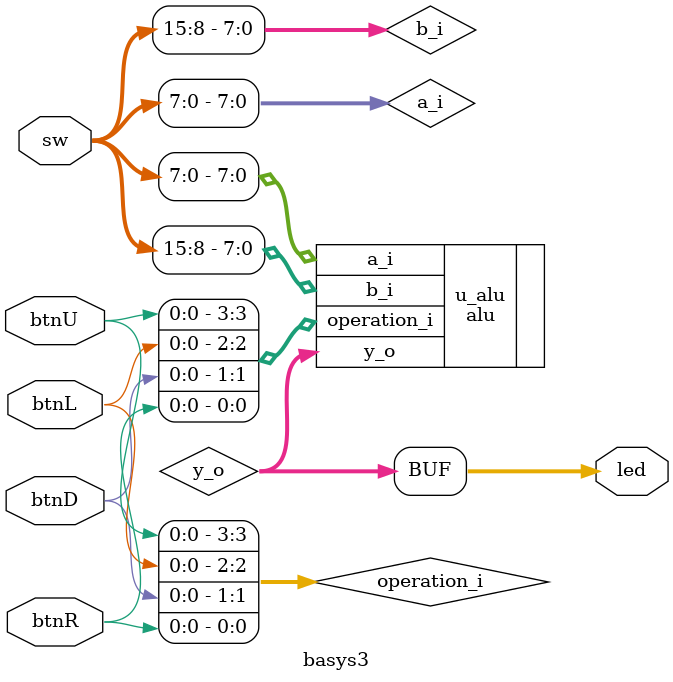
<source format=sv>
module basys3 (
    input wire [15:0] sw,        // 16 switches
    input wire btnU, btnL, btnD, btnR,  // 4 directional buttons
    output wire [7:0] led        // 8 LEDs
);

    // Internal signal declarations
    wire [7:0] a_i;              // Operand A
    wire [7:0] b_i;              // Operand B
    wire [3:0] operation_i;      // ALU operation input
    wire [7:0] y_o;              // ALU output

    // Connect switches to ALU operands
    assign a_i = sw[7:0];        // Bottom 8 switches to operand A
    assign b_i = sw[15:8];       // Top 8 switches to operand B

    // Connect directional buttons to ALU operation input
    assign operation_i = {btnU, btnL, btnD, btnR};

    // Instantiate the ALU
    alu u_alu (.a_i(a_i),.b_i(b_i),.operation_i(operation_i),.y_o(y_o));

    // Connect ALU output to LEDs
    assign led = y_o;

endmodule

</source>
